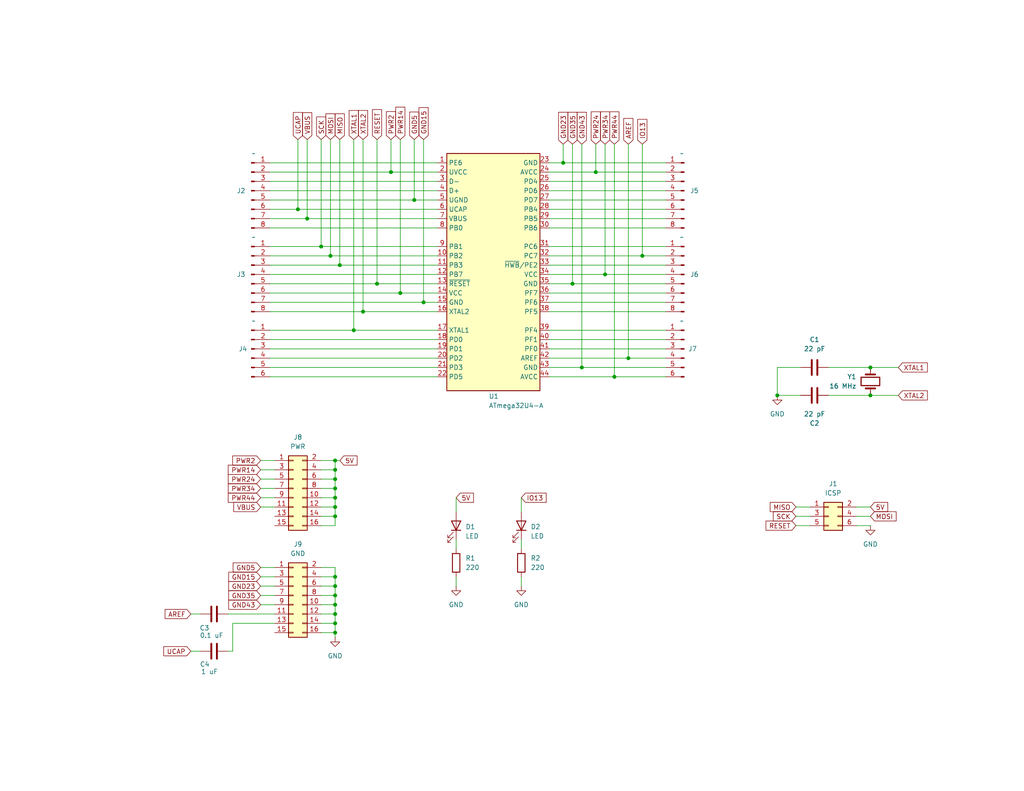
<source format=kicad_sch>
(kicad_sch (version 20231120) (generator "eeschema") (generator_version "8.0")
  (paper "USLetter")
  (title_block (title "Atmega 32U4 Breakout Board") (company "Chris Robertson"))
  (lib_symbols
    (symbol "Connector:Conn_01x06_Pin" (pin_names (offset 1.016) hide)
      (property "Reference" "J" (at 0 7.62 0))
      (property "Value" "Conn_01x06_Pin" (at 0 -10.16 0))
      (symbol "Conn_01x06_Pin_1_1"
        (polyline (pts (xy 1.27 -7.62) (xy 0.8636 -7.62)) (stroke (width 0.1524)))
        (polyline (pts (xy 1.27 -5.08) (xy 0.8636 -5.08)) (stroke (width 0.1524)))
        (polyline (pts (xy 1.27 -2.54) (xy 0.8636 -2.54)) (stroke (width 0.1524)))
        (polyline (pts (xy 1.27 0) (xy 0.8636 0)) (stroke (width 0.1524)))
        (polyline (pts (xy 1.27 2.54) (xy 0.8636 2.54)) (stroke (width 0.1524)))
        (polyline (pts (xy 1.27 5.08) (xy 0.8636 5.08)) (stroke (width 0.1524)))
        (rectangle (start 0.8636 -7.493) (end 0 -7.747) (stroke (width 0.1524)) (fill (type outline)))
        (rectangle (start 0.8636 -4.953) (end 0 -5.207) (stroke (width 0.1524)) (fill (type outline)))
        (rectangle (start 0.8636 -2.413) (end 0 -2.667) (stroke (width 0.1524)) (fill (type outline)))
        (rectangle (start 0.8636 0.127) (end 0 -0.127) (stroke (width 0.1524)) (fill (type outline)))
        (rectangle (start 0.8636 2.667) (end 0 2.413) (stroke (width 0.1524)) (fill (type outline)))
        (rectangle (start 0.8636 5.207) (end 0 4.953) (stroke (width 0.1524)) (fill (type outline)))
        (pin passive line (at 5.08 5.08 180) (length 3.81) (name "Pin_1") (number "1"))
        (pin passive line (at 5.08 2.54 180) (length 3.81) (name "Pin_2") (number "2"))
        (pin passive line (at 5.08 0 180) (length 3.81) (name "Pin_3") (number "3"))
        (pin passive line (at 5.08 -2.54 180) (length 3.81) (name "Pin_4") (number "4"))
        (pin passive line (at 5.08 -5.08 180) (length 3.81) (name "Pin_5") (number "5"))
        (pin passive line (at 5.08 -7.62 180) (length 3.81) (name "Pin_6") (number "6"))
      )
    )
    (symbol "Connector:Conn_01x08_Pin" (pin_names (offset 1.016) hide)
      (property "Reference" "J" (at 0 10.16 0))
      (property "Value" "Conn_01x08_Pin" (at 0 -12.7 0))
      (symbol "Conn_01x08_Pin_1_1"
        (polyline (pts (xy 1.27 -10.16) (xy 0.8636 -10.16)) (stroke (width 0.1524)))
        (polyline (pts (xy 1.27 -7.62) (xy 0.8636 -7.62)) (stroke (width 0.1524)))
        (polyline (pts (xy 1.27 -5.08) (xy 0.8636 -5.08)) (stroke (width 0.1524)))
        (polyline (pts (xy 1.27 -2.54) (xy 0.8636 -2.54)) (stroke (width 0.1524)))
        (polyline (pts (xy 1.27 0) (xy 0.8636 0)) (stroke (width 0.1524)))
        (polyline (pts (xy 1.27 2.54) (xy 0.8636 2.54)) (stroke (width 0.1524)))
        (polyline (pts (xy 1.27 5.08) (xy 0.8636 5.08)) (stroke (width 0.1524)))
        (polyline (pts (xy 1.27 7.62) (xy 0.8636 7.62)) (stroke (width 0.1524)))
        (rectangle (start 0.8636 -10.033) (end 0 -10.287) (stroke (width 0.1524)) (fill (type outline)))
        (rectangle (start 0.8636 -7.493) (end 0 -7.747) (stroke (width 0.1524)) (fill (type outline)))
        (rectangle (start 0.8636 -4.953) (end 0 -5.207) (stroke (width 0.1524)) (fill (type outline)))
        (rectangle (start 0.8636 -2.413) (end 0 -2.667) (stroke (width 0.1524)) (fill (type outline)))
        (rectangle (start 0.8636 0.127) (end 0 -0.127) (stroke (width 0.1524)) (fill (type outline)))
        (rectangle (start 0.8636 2.667) (end 0 2.413) (stroke (width 0.1524)) (fill (type outline)))
        (rectangle (start 0.8636 5.207) (end 0 4.953) (stroke (width 0.1524)) (fill (type outline)))
        (rectangle (start 0.8636 7.747) (end 0 7.493) (stroke (width 0.1524)) (fill (type outline)))
        (pin passive line (at 5.08 7.62 180) (length 3.81) (name "Pin_1") (number "1"))
        (pin passive line (at 5.08 5.08 180) (length 3.81) (name "Pin_2") (number "2"))
        (pin passive line (at 5.08 2.54 180) (length 3.81) (name "Pin_3") (number "3"))
        (pin passive line (at 5.08 0 180) (length 3.81) (name "Pin_4") (number "4"))
        (pin passive line (at 5.08 -2.54 180) (length 3.81) (name "Pin_5") (number "5"))
        (pin passive line (at 5.08 -5.08 180) (length 3.81) (name "Pin_6") (number "6"))
        (pin passive line (at 5.08 -7.62 180) (length 3.81) (name "Pin_7") (number "7"))
        (pin passive line (at 5.08 -10.16 180) (length 3.81) (name "Pin_8") (number "8"))
      )
    )
    (symbol "Connector_Generic:Conn_02x03_Odd_Even" (pin_names (offset 1.016) hide)
      (property "Reference" "J" (at 1.27 5.08 0))
      (property "Value" "Conn_02x03_Odd_Even" (at 1.27 -5.08 0))
      (symbol "Conn_02x03_Odd_Even_1_1"
        (rectangle (start -1.27 -2.413) (end 0 -2.667) (stroke (width 0.1524)))
        (rectangle (start -1.27 0.127) (end 0 -0.127) (stroke (width 0.1524)))
        (rectangle (start -1.27 2.667) (end 0 2.413) (stroke (width 0.1524)))
        (rectangle (start -1.27 3.81) (end 3.81 -3.81) (stroke (width 0.254)) (fill (type background)))
        (rectangle (start 3.81 -2.413) (end 2.54 -2.667) (stroke (width 0.1524)))
        (rectangle (start 3.81 0.127) (end 2.54 -0.127) (stroke (width 0.1524)))
        (rectangle (start 3.81 2.667) (end 2.54 2.413) (stroke (width 0.1524)))
        (pin passive line (at -5.08 2.54 0) (length 3.81) (name "Pin_1") (number "1"))
        (pin passive line (at 7.62 2.54 180) (length 3.81) (name "Pin_2") (number "2"))
        (pin passive line (at -5.08 0 0) (length 3.81) (name "Pin_3") (number "3"))
        (pin passive line (at 7.62 0 180) (length 3.81) (name "Pin_4") (number "4"))
        (pin passive line (at -5.08 -2.54 0) (length 3.81) (name "Pin_5") (number "5"))
        (pin passive line (at 7.62 -2.54 180) (length 3.81) (name "Pin_6") (number "6"))
      )
    )
    (symbol "Connector_Generic:Conn_02x08_Odd_Even" (pin_names (offset 1.016) hide)
      (property "Reference" "J" (at 1.27 10.16 0))
      (property "Value" "Conn_02x08_Odd_Even" (at 1.27 -12.7 0))
      (symbol "Conn_02x08_Odd_Even_1_1"
        (rectangle (start -1.27 -10.033) (end 0 -10.287) (stroke (width 0.1524)))
        (rectangle (start -1.27 -7.493) (end 0 -7.747) (stroke (width 0.1524)))
        (rectangle (start -1.27 -4.953) (end 0 -5.207) (stroke (width 0.1524)))
        (rectangle (start -1.27 -2.413) (end 0 -2.667) (stroke (width 0.1524)))
        (rectangle (start -1.27 0.127) (end 0 -0.127) (stroke (width 0.1524)))
        (rectangle (start -1.27 2.667) (end 0 2.413) (stroke (width 0.1524)))
        (rectangle (start -1.27 5.207) (end 0 4.953) (stroke (width 0.1524)))
        (rectangle (start -1.27 7.747) (end 0 7.493) (stroke (width 0.1524)))
        (rectangle (start -1.27 8.89) (end 3.81 -11.43) (stroke (width 0.254)) (fill (type background)))
        (rectangle (start 3.81 -10.033) (end 2.54 -10.287) (stroke (width 0.1524)))
        (rectangle (start 3.81 -7.493) (end 2.54 -7.747) (stroke (width 0.1524)))
        (rectangle (start 3.81 -4.953) (end 2.54 -5.207) (stroke (width 0.1524)))
        (rectangle (start 3.81 -2.413) (end 2.54 -2.667) (stroke (width 0.1524)))
        (rectangle (start 3.81 0.127) (end 2.54 -0.127) (stroke (width 0.1524)))
        (rectangle (start 3.81 2.667) (end 2.54 2.413) (stroke (width 0.1524)))
        (rectangle (start 3.81 5.207) (end 2.54 4.953) (stroke (width 0.1524)))
        (rectangle (start 3.81 7.747) (end 2.54 7.493) (stroke (width 0.1524)))
        (pin passive line (at -5.08 7.62 0) (length 3.81) (name "Pin_1") (number "1"))
        (pin passive line (at 7.62 -2.54 180) (length 3.81) (name "Pin_10") (number "10"))
        (pin passive line (at -5.08 -5.08 0) (length 3.81) (name "Pin_11") (number "11"))
        (pin passive line (at 7.62 -5.08 180) (length 3.81) (name "Pin_12") (number "12"))
        (pin passive line (at -5.08 -7.62 0) (length 3.81) (name "Pin_13") (number "13"))
        (pin passive line (at 7.62 -7.62 180) (length 3.81) (name "Pin_14") (number "14"))
        (pin passive line (at -5.08 -10.16 0) (length 3.81) (name "Pin_15") (number "15"))
        (pin passive line (at 7.62 -10.16 180) (length 3.81) (name "Pin_16") (number "16"))
        (pin passive line (at 7.62 7.62 180) (length 3.81) (name "Pin_2") (number "2"))
        (pin passive line (at -5.08 5.08 0) (length 3.81) (name "Pin_3") (number "3"))
        (pin passive line (at 7.62 5.08 180) (length 3.81) (name "Pin_4") (number "4"))
        (pin passive line (at -5.08 2.54 0) (length 3.81) (name "Pin_5") (number "5"))
        (pin passive line (at 7.62 2.54 180) (length 3.81) (name "Pin_6") (number "6"))
        (pin passive line (at -5.08 0 0) (length 3.81) (name "Pin_7") (number "7"))
        (pin passive line (at 7.62 0 180) (length 3.81) (name "Pin_8") (number "8"))
        (pin passive line (at -5.08 -2.54 0) (length 3.81) (name "Pin_9") (number "9"))
      )
    )
    (symbol "Device:C" (pin_numbers hide) (pin_names (offset 0.254))
      (property "Reference" "C" (at 0.635 2.54 0))
      (property "Value" "C" (at 0.635 -2.54 0))
      (symbol "C_0_1"
        (polyline (pts (xy -2.032 -0.762) (xy 2.032 -0.762)) (stroke (width 0.508)))
        (polyline (pts (xy -2.032 0.762) (xy 2.032 0.762)) (stroke (width 0.508)))
      )
      (symbol "C_1_1"
        (pin passive line (at 0 3.81 270) (length 2.794) (name "~") (number "1"))
        (pin passive line (at 0 -3.81 90) (length 2.794) (name "~") (number "2"))
      )
    )
    (symbol "Device:Crystal" (pin_numbers hide) (pin_names (offset 1.016) hide)
      (property "Reference" "Y" (at 0 3.81 0))
      (property "Value" "Crystal" (at 0 -3.81 0))
      (symbol "Crystal_0_1"
        (rectangle (start -1.143 2.54) (end 1.143 -2.54) (stroke (width 0.3048)))
        (polyline (pts (xy -2.54 0) (xy -1.905 0)))
        (polyline (pts (xy -1.905 -1.27) (xy -1.905 1.27)) (stroke (width 0.508)))
        (polyline (pts (xy 1.905 -1.27) (xy 1.905 1.27)) (stroke (width 0.508)))
        (polyline (pts (xy 2.54 0) (xy 1.905 0)))
      )
      (symbol "Crystal_1_1"
        (pin passive line (at -3.81 0 0) (length 1.27) (name "1") (number "1"))
        (pin passive line (at 3.81 0 180) (length 1.27) (name "2") (number "2"))
      )
    )
    (symbol "Device:LED" (pin_numbers hide) (pin_names (offset 1.016) hide)
      (property "Reference" "D" (at 0 2.54 0))
      (property "Value" "LED" (at 0 -2.54 0))
      (symbol "LED_0_1"
        (polyline (pts (xy -1.27 -1.27) (xy -1.27 1.27)) (stroke (width 0.254)))
        (polyline (pts (xy -1.27 0) (xy 1.27 0)))
        (polyline (pts (xy 1.27 -1.27) (xy 1.27 1.27) (xy -1.27 0) (xy 1.27 -1.27)) (stroke (width 0.254)))
        (polyline (pts (xy -3.048 -0.762) (xy -4.572 -2.286) (xy -3.81 -2.286) (xy -4.572 -2.286) (xy -4.572 -1.524)))
        (polyline (pts (xy -1.778 -0.762) (xy -3.302 -2.286) (xy -2.54 -2.286) (xy -3.302 -2.286) (xy -3.302 -1.524)))
      )
      (symbol "LED_1_1"
        (pin passive line (at -3.81 0 0) (length 2.54) (name "K") (number "1"))
        (pin passive line (at 3.81 0 180) (length 2.54) (name "A") (number "2"))
      )
    )
    (symbol "Device:R" (pin_numbers hide) (pin_names (offset 0))
      (property "Reference" "R" (at 2.032 0 90))
      (property "Value" "R" (at 0 0 90))
      (symbol "R_0_1"
        (rectangle (start -1.016 -2.54) (end 1.016 2.54) (stroke (width 0.254)))
      )
      (symbol "R_1_1"
        (pin passive line (at 0 3.81 270) (length 1.27) (name "~") (number "1"))
        (pin passive line (at 0 -3.81 90) (length 1.27) (name "~") (number "2"))
      )
    )
    (symbol "MCU_Microchip_ATmega:ATmega32U4-A"
      (property "Reference" "U1" (at -1.27 -32.004 0))
      (property "Value" "ATmega32U4-A" (at -1.27 -34.544 0))
      (symbol "ATmega32U4-A_0_1"
        (rectangle (start -12.7 34.29) (end 12.7 -30.48) (stroke (width 0.254)) (fill (type background)))
      )
      (symbol "ATmega32U4-A_1_1"
        (pin bidirectional line (at -15.24 31.75 0) (length 2.54) (name "PE6") (number "1"))
        (pin bidirectional line (at -15.24 6.35 0) (length 2.54) (name "PB2") (number "10"))
        (pin bidirectional line (at -15.24 3.81 0) (length 2.54) (name "PB3") (number "11"))
        (pin bidirectional line (at -15.24 1.27 0) (length 2.54) (name "PB7") (number "12"))
        (pin input line (at -15.24 -1.27 0) (length 2.54) (name "~{RESET}") (number "13"))
        (pin power_in line (at -15.24 -3.81 0) (length 2.54) (name "VCC") (number "14"))
        (pin power_in line (at -15.24 -6.35 0) (length 2.54) (name "GND") (number "15"))
        (pin output line (at -15.24 -8.89 0) (length 2.54) (name "XTAL2") (number "16"))
        (pin input line (at -15.24 -13.97 0) (length 2.54) (name "XTAL1") (number "17"))
        (pin bidirectional line (at -15.24 -16.51 0) (length 2.54) (name "PD0") (number "18"))
        (pin bidirectional line (at -15.24 -19.05 0) (length 2.54) (name "PD1") (number "19"))
        (pin power_in line (at -15.24 29.21 0) (length 2.54) (name "UVCC") (number "2"))
        (pin bidirectional line (at -15.24 -21.59 0) (length 2.54) (name "PD2") (number "20"))
        (pin bidirectional line (at -15.24 -24.13 0) (length 2.54) (name "PD3") (number "21"))
        (pin bidirectional line (at -15.24 -26.67 0) (length 2.54) (name "PD5") (number "22"))
        (pin passive line (at 15.24 31.75 180) (length 2.54) (name "GND") (number "23"))
        (pin power_in line (at 15.24 29.21 180) (length 2.54) (name "AVCC") (number "24"))
        (pin bidirectional line (at 15.24 26.67 180) (length 2.54) (name "PD4") (number "25"))
        (pin bidirectional line (at 15.24 24.13 180) (length 2.54) (name "PD6") (number "26"))
        (pin bidirectional line (at 15.24 21.59 180) (length 2.54) (name "PD7") (number "27"))
        (pin bidirectional line (at 15.24 19.05 180) (length 2.54) (name "PB4") (number "28"))
        (pin bidirectional line (at 15.24 16.51 180) (length 2.54) (name "PB5") (number "29"))
        (pin bidirectional line (at -15.24 26.67 0) (length 2.54) (name "D-") (number "3"))
        (pin bidirectional line (at 15.24 13.97 180) (length 2.54) (name "PB6") (number "30"))
        (pin bidirectional line (at 15.24 8.89 180) (length 2.54) (name "PC6") (number "31"))
        (pin bidirectional line (at 15.24 6.35 180) (length 2.54) (name "PC7") (number "32"))
        (pin bidirectional line (at 15.24 3.81 180) (length 2.54) (name "~{HWB}/PE2") (number "33"))
        (pin passive line (at 15.24 1.27 180) (length 2.54) (name "VCC") (number "34"))
        (pin passive line (at 15.24 -1.27 180) (length 2.54) (name "GND") (number "35"))
        (pin bidirectional line (at 15.24 -3.81 180) (length 2.54) (name "PF7") (number "36"))
        (pin bidirectional line (at 15.24 -6.35 180) (length 2.54) (name "PF6") (number "37"))
        (pin bidirectional line (at 15.24 -8.89 180) (length 2.54) (name "PF5") (number "38"))
        (pin bidirectional line (at 15.24 -13.97 180) (length 2.54) (name "PF4") (number "39"))
        (pin bidirectional line (at -15.24 24.13 0) (length 2.54) (name "D+") (number "4"))
        (pin bidirectional line (at 15.24 -16.51 180) (length 2.54) (name "PF1") (number "40"))
        (pin bidirectional line (at 15.24 -19.05 180) (length 2.54) (name "PF0") (number "41"))
        (pin passive line (at 15.24 -21.59 180) (length 2.54) (name "AREF") (number "42"))
        (pin passive line (at 15.24 -24.13 180) (length 2.54) (name "GND") (number "43"))
        (pin passive line (at 15.24 -26.67 180) (length 2.54) (name "AVCC") (number "44"))
        (pin passive line (at -15.24 21.59 0) (length 2.54) (name "UGND") (number "5"))
        (pin passive line (at -15.24 19.05 0) (length 2.54) (name "UCAP") (number "6"))
        (pin input line (at -15.24 16.51 0) (length 2.54) (name "VBUS") (number "7"))
        (pin bidirectional line (at -15.24 13.97 0) (length 2.54) (name "PB0") (number "8"))
        (pin bidirectional line (at -15.24 8.89 0) (length 2.54) (name "PB1") (number "9"))
      )
    )
    (symbol "power:GND" (power) (pin_numbers hide) (pin_names (offset 0) hide)
      (property "Value" "GND" (at 0 -3.81 0))
      (symbol "GND_0_1"
        (polyline (pts (xy 0 0) (xy 0 -1.27) (xy 1.27 -1.27) (xy 0 -2.54) (xy -1.27 -1.27) (xy 0 -1.27)))
      )
      (symbol "GND_1_1"
        (pin power_in line (at 0 0 270) (length 0) (name "~") (number "1"))
      )
    )
  )
  (junction (at 109.22 80.01))
  (junction (at 81.28 57.15))
  (junction (at 91.44 135.89))
  (junction (at 87.63 67.31))
  (junction (at 91.44 125.73))
  (junction (at 91.44 165.1))
  (junction (at 106.68 46.99))
  (junction (at 99.06 85.09))
  (junction (at 91.44 128.27))
  (junction (at 237.49 107.95))
  (junction (at 113.03 54.61))
  (junction (at 171.45 97.79))
  (junction (at 83.82 59.69))
  (junction (at 91.44 133.35))
  (junction (at 90.17 69.85))
  (junction (at 175.26 69.85))
  (junction (at 158.75 100.33))
  (junction (at 115.57 82.55))
  (junction (at 91.44 170.18))
  (junction (at 153.67 44.45))
  (junction (at 91.44 130.81))
  (junction (at 91.44 138.43))
  (junction (at 165.1 74.93))
  (junction (at 237.49 100.33))
  (junction (at 92.71 72.39))
  (junction (at 91.44 172.72))
  (junction (at 162.56 46.99))
  (junction (at 91.44 157.48))
  (junction (at 91.44 140.97))
  (junction (at 102.87 77.47))
  (junction (at 167.64 102.87))
  (junction (at 212.09 107.95))
  (junction (at 91.44 160.02))
  (junction (at 96.52 90.17))
  (junction (at 91.44 162.56))
  (junction (at 156.21 77.47))
  (junction (at 91.44 167.64))
  (wire (pts (xy 153.67 39.37) (xy 153.67 44.45)))
  (wire (pts (xy 217.17 140.97) (xy 220.98 140.97)))
  (wire (pts (xy 52.07 177.8) (xy 54.61 177.8)))
  (wire (pts (xy 87.63 125.73) (xy 91.44 125.73)))
  (wire (pts (xy 87.63 157.48) (xy 91.44 157.48)))
  (wire (pts (xy 91.44 160.02) (xy 91.44 162.56)))
  (wire (pts (xy 91.44 172.72) (xy 91.44 170.18)))
  (wire (pts (xy 102.87 38.1) (xy 102.87 77.47)))
  (wire (pts (xy 124.46 147.32) (xy 124.46 149.86)))
  (wire (pts (xy 71.12 162.56) (xy 74.93 162.56)))
  (wire (pts (xy 212.09 100.33) (xy 212.09 107.95)))
  (wire (pts (xy 233.68 138.43) (xy 237.49 138.43)))
  (wire (pts (xy 149.86 59.69) (xy 181.61 59.69)))
  (wire (pts (xy 73.66 69.85) (xy 90.17 69.85)))
  (wire (pts (xy 73.66 59.69) (xy 83.82 59.69)))
  (wire (pts (xy 73.66 100.33) (xy 119.38 100.33)))
  (wire (pts (xy 73.66 82.55) (xy 115.57 82.55)))
  (wire (pts (xy 87.63 135.89) (xy 91.44 135.89)))
  (wire (pts (xy 109.22 38.1) (xy 109.22 80.01)))
  (wire (pts (xy 92.71 38.1) (xy 92.71 72.39)))
  (wire (pts (xy 226.06 107.95) (xy 237.49 107.95)))
  (wire (pts (xy 142.24 157.48) (xy 142.24 160.02)))
  (wire (pts (xy 149.86 62.23) (xy 181.61 62.23)))
  (wire (pts (xy 91.44 172.72) (xy 91.44 173.99)))
  (wire (pts (xy 73.66 95.25) (xy 119.38 95.25)))
  (wire (pts (xy 218.44 100.33) (xy 212.09 100.33)))
  (wire (pts (xy 91.44 135.89) (xy 91.44 133.35)))
  (wire (pts (xy 113.03 54.61) (xy 119.38 54.61)))
  (wire (pts (xy 91.44 133.35) (xy 91.44 130.81)))
  (wire (pts (xy 87.63 143.51) (xy 91.44 143.51)))
  (wire (pts (xy 106.68 38.1) (xy 106.68 46.99)))
  (wire (pts (xy 87.63 165.1) (xy 91.44 165.1)))
  (wire (pts (xy 99.06 38.1) (xy 99.06 85.09)))
  (wire (pts (xy 87.63 170.18) (xy 91.44 170.18)))
  (wire (pts (xy 237.49 107.95) (xy 245.11 107.95)))
  (wire (pts (xy 149.86 92.71) (xy 181.61 92.71)))
  (wire (pts (xy 142.24 135.89) (xy 142.24 139.7)))
  (wire (pts (xy 87.63 172.72) (xy 91.44 172.72)))
  (wire (pts (xy 149.86 82.55) (xy 181.61 82.55)))
  (wire (pts (xy 149.86 97.79) (xy 171.45 97.79)))
  (wire (pts (xy 71.12 160.02) (xy 74.93 160.02)))
  (wire (pts (xy 113.03 38.1) (xy 113.03 54.61)))
  (wire (pts (xy 87.63 160.02) (xy 91.44 160.02)))
  (wire (pts (xy 71.12 135.89) (xy 74.93 135.89)))
  (wire (pts (xy 142.24 147.32) (xy 142.24 149.86)))
  (wire (pts (xy 162.56 46.99) (xy 181.61 46.99)))
  (wire (pts (xy 73.66 44.45) (xy 119.38 44.45)))
  (wire (pts (xy 106.68 46.99) (xy 119.38 46.99)))
  (wire (pts (xy 96.52 90.17) (xy 119.38 90.17)))
  (wire (pts (xy 73.66 49.53) (xy 119.38 49.53)))
  (wire (pts (xy 171.45 39.37) (xy 171.45 97.79)))
  (wire (pts (xy 149.86 57.15) (xy 181.61 57.15)))
  (wire (pts (xy 149.86 74.93) (xy 165.1 74.93)))
  (wire (pts (xy 91.44 128.27) (xy 91.44 125.73)))
  (wire (pts (xy 149.86 44.45) (xy 153.67 44.45)))
  (wire (pts (xy 87.63 140.97) (xy 91.44 140.97)))
  (wire (pts (xy 81.28 57.15) (xy 119.38 57.15)))
  (wire (pts (xy 73.66 67.31) (xy 87.63 67.31)))
  (wire (pts (xy 73.66 92.71) (xy 119.38 92.71)))
  (wire (pts (xy 52.07 167.64) (xy 54.61 167.64)))
  (wire (pts (xy 91.44 130.81) (xy 91.44 128.27)))
  (wire (pts (xy 62.23 177.8) (xy 63.5 177.8)))
  (wire (pts (xy 158.75 39.37) (xy 158.75 100.33)))
  (wire (pts (xy 73.66 57.15) (xy 81.28 57.15)))
  (wire (pts (xy 149.86 100.33) (xy 158.75 100.33)))
  (wire (pts (xy 149.86 80.01) (xy 181.61 80.01)))
  (wire (pts (xy 156.21 77.47) (xy 181.61 77.47)))
  (wire (pts (xy 91.44 143.51) (xy 91.44 140.97)))
  (wire (pts (xy 87.63 133.35) (xy 91.44 133.35)))
  (wire (pts (xy 83.82 59.69) (xy 119.38 59.69)))
  (wire (pts (xy 156.21 39.37) (xy 156.21 77.47)))
  (wire (pts (xy 87.63 154.94) (xy 91.44 154.94)))
  (wire (pts (xy 63.5 177.8) (xy 63.5 170.18)))
  (wire (pts (xy 90.17 69.85) (xy 119.38 69.85)))
  (wire (pts (xy 124.46 135.89) (xy 124.46 139.7)))
  (wire (pts (xy 71.12 133.35) (xy 74.93 133.35)))
  (wire (pts (xy 149.86 46.99) (xy 162.56 46.99)))
  (wire (pts (xy 217.17 138.43) (xy 220.98 138.43)))
  (wire (pts (xy 91.44 162.56) (xy 91.44 165.1)))
  (wire (pts (xy 158.75 100.33) (xy 181.61 100.33)))
  (wire (pts (xy 149.86 95.25) (xy 181.61 95.25)))
  (wire (pts (xy 71.12 128.27) (xy 74.93 128.27)))
  (wire (pts (xy 149.86 72.39) (xy 181.61 72.39)))
  (wire (pts (xy 153.67 44.45) (xy 181.61 44.45)))
  (wire (pts (xy 91.44 170.18) (xy 91.44 167.64)))
  (wire (pts (xy 226.06 100.33) (xy 237.49 100.33)))
  (wire (pts (xy 73.66 72.39) (xy 92.71 72.39)))
  (wire (pts (xy 165.1 74.93) (xy 181.61 74.93)))
  (wire (pts (xy 115.57 38.1) (xy 115.57 82.55)))
  (wire (pts (xy 91.44 167.64) (xy 91.44 165.1)))
  (wire (pts (xy 91.44 140.97) (xy 91.44 138.43)))
  (wire (pts (xy 73.66 80.01) (xy 109.22 80.01)))
  (wire (pts (xy 102.87 77.47) (xy 119.38 77.47)))
  (wire (pts (xy 87.63 138.43) (xy 91.44 138.43)))
  (wire (pts (xy 62.23 167.64) (xy 74.93 167.64)))
  (wire (pts (xy 149.86 54.61) (xy 181.61 54.61)))
  (wire (pts (xy 87.63 67.31) (xy 119.38 67.31)))
  (wire (pts (xy 149.86 49.53) (xy 181.61 49.53)))
  (wire (pts (xy 73.66 102.87) (xy 119.38 102.87)))
  (wire (pts (xy 73.66 52.07) (xy 119.38 52.07)))
  (wire (pts (xy 212.09 107.95) (xy 218.44 107.95)))
  (wire (pts (xy 87.63 162.56) (xy 91.44 162.56)))
  (wire (pts (xy 175.26 69.85) (xy 181.61 69.85)))
  (wire (pts (xy 71.12 165.1) (xy 74.93 165.1)))
  (wire (pts (xy 71.12 157.48) (xy 74.93 157.48)))
  (wire (pts (xy 71.12 154.94) (xy 74.93 154.94)))
  (wire (pts (xy 149.86 69.85) (xy 175.26 69.85)))
  (wire (pts (xy 83.82 38.1) (xy 83.82 59.69)))
  (wire (pts (xy 149.86 90.17) (xy 181.61 90.17)))
  (wire (pts (xy 237.49 100.33) (xy 245.11 100.33)))
  (wire (pts (xy 73.66 46.99) (xy 106.68 46.99)))
  (wire (pts (xy 233.68 143.51) (xy 237.49 143.51)))
  (wire (pts (xy 91.44 125.73) (xy 92.71 125.73)))
  (wire (pts (xy 171.45 97.79) (xy 181.61 97.79)))
  (wire (pts (xy 73.66 54.61) (xy 113.03 54.61)))
  (wire (pts (xy 73.66 90.17) (xy 96.52 90.17)))
  (wire (pts (xy 71.12 138.43) (xy 74.93 138.43)))
  (wire (pts (xy 73.66 85.09) (xy 99.06 85.09)))
  (wire (pts (xy 91.44 154.94) (xy 91.44 157.48)))
  (wire (pts (xy 73.66 74.93) (xy 119.38 74.93)))
  (wire (pts (xy 149.86 102.87) (xy 167.64 102.87)))
  (wire (pts (xy 217.17 143.51) (xy 220.98 143.51)))
  (wire (pts (xy 90.17 38.1) (xy 90.17 69.85)))
  (wire (pts (xy 87.63 128.27) (xy 91.44 128.27)))
  (wire (pts (xy 109.22 80.01) (xy 119.38 80.01)))
  (wire (pts (xy 96.52 38.1) (xy 96.52 90.17)))
  (wire (pts (xy 87.63 167.64) (xy 91.44 167.64)))
  (wire (pts (xy 92.71 72.39) (xy 119.38 72.39)))
  (wire (pts (xy 71.12 130.81) (xy 74.93 130.81)))
  (wire (pts (xy 149.86 77.47) (xy 156.21 77.47)))
  (wire (pts (xy 71.12 125.73) (xy 74.93 125.73)))
  (wire (pts (xy 87.63 130.81) (xy 91.44 130.81)))
  (wire (pts (xy 124.46 157.48) (xy 124.46 160.02)))
  (wire (pts (xy 162.56 39.37) (xy 162.56 46.99)))
  (wire (pts (xy 175.26 39.37) (xy 175.26 69.85)))
  (wire (pts (xy 73.66 77.47) (xy 102.87 77.47)))
  (wire (pts (xy 165.1 39.37) (xy 165.1 74.93)))
  (wire (pts (xy 149.86 85.09) (xy 181.61 85.09)))
  (wire (pts (xy 87.63 38.1) (xy 87.63 67.31)))
  (wire (pts (xy 167.64 39.37) (xy 167.64 102.87)))
  (wire (pts (xy 167.64 102.87) (xy 181.61 102.87)))
  (wire (pts (xy 63.5 170.18) (xy 74.93 170.18)))
  (wire (pts (xy 115.57 82.55) (xy 119.38 82.55)))
  (wire (pts (xy 149.86 67.31) (xy 181.61 67.31)))
  (wire (pts (xy 91.44 157.48) (xy 91.44 160.02)))
  (wire (pts (xy 91.44 138.43) (xy 91.44 135.89)))
  (wire (pts (xy 233.68 140.97) (xy 237.49 140.97)))
  (wire (pts (xy 81.28 38.1) (xy 81.28 57.15)))
  (wire (pts (xy 149.86 52.07) (xy 181.61 52.07)))
  (wire (pts (xy 99.06 85.09) (xy 119.38 85.09)))
  (wire (pts (xy 73.66 97.79) (xy 119.38 97.79)))
  (wire (pts (xy 73.66 62.23) (xy 119.38 62.23)))
  (global_label "PWR44" (shape input) (at 167.64 39.37 90) (property "Intersheetrefs" "${INTERSHEET_REFS}" (effects (hide yes))))
  (global_label "PWR2" (shape input) (at 71.12 125.73 180) (property "Intersheetrefs" "${INTERSHEET_REFS}" (effects (hide yes))))
  (global_label "XTAL2" (shape input) (at 245.11 107.95 0) (property "Intersheetrefs" "${INTERSHEET_REFS}" (effects (hide yes))))
  (global_label "IO13" (shape input) (at 142.24 135.89 0) (property "Intersheetrefs" "${INTERSHEET_REFS}" (effects (hide yes))))
  (global_label "GND43" (shape input) (at 158.75 39.37 90) (property "Intersheetrefs" "${INTERSHEET_REFS}" (effects (hide yes))))
  (global_label "GND23" (shape input) (at 153.67 39.37 90) (property "Intersheetrefs" "${INTERSHEET_REFS}" (effects (hide yes))))
  (global_label "GND15" (shape input) (at 115.57 38.1 90) (property "Intersheetrefs" "${INTERSHEET_REFS}" (effects (hide yes))))
  (global_label "XTAL1" (shape input) (at 96.52 38.1 90) (property "Intersheetrefs" "${INTERSHEET_REFS}" (effects (hide yes))))
  (global_label "MOSI" (shape input) (at 90.17 38.1 90) (property "Intersheetrefs" "${INTERSHEET_REFS}" (effects (hide yes))))
  (global_label "5V" (shape input) (at 237.49 138.43 0) (property "Intersheetrefs" "${INTERSHEET_REFS}" (effects (hide yes))))
  (global_label "SCK" (shape input) (at 87.63 38.1 90) (property "Intersheetrefs" "${INTERSHEET_REFS}" (effects (hide yes))))
  (global_label "VBUS" (shape input) (at 71.12 138.43 180) (property "Intersheetrefs" "${INTERSHEET_REFS}" (effects (hide yes))))
  (global_label "MISO" (shape input) (at 217.17 138.43 180) (property "Intersheetrefs" "${INTERSHEET_REFS}" (effects (hide yes))))
  (global_label "SCK" (shape input) (at 217.17 140.97 180) (property "Intersheetrefs" "${INTERSHEET_REFS}" (effects (hide yes))))
  (global_label "PWR14" (shape input) (at 109.22 38.1 90) (property "Intersheetrefs" "${INTERSHEET_REFS}" (effects (hide yes))))
  (global_label "RESET" (shape input) (at 217.17 143.51 180) (property "Intersheetrefs" "${INTERSHEET_REFS}" (effects (hide yes))))
  (global_label "GND35" (shape input) (at 156.21 39.37 90) (property "Intersheetrefs" "${INTERSHEET_REFS}" (effects (hide yes))))
  (global_label "PWR34" (shape input) (at 71.12 133.35 180) (property "Intersheetrefs" "${INTERSHEET_REFS}" (effects (hide yes))))
  (global_label "PWR2" (shape input) (at 106.68 38.1 90) (property "Intersheetrefs" "${INTERSHEET_REFS}" (effects (hide yes))))
  (global_label "AREF" (shape input) (at 171.45 39.37 90) (property "Intersheetrefs" "${INTERSHEET_REFS}" (effects (hide yes))))
  (global_label "MOSI" (shape input) (at 237.49 140.97 0) (property "Intersheetrefs" "${INTERSHEET_REFS}" (effects (hide yes))))
  (global_label "PWR34" (shape input) (at 165.1 39.37 90) (property "Intersheetrefs" "${INTERSHEET_REFS}" (effects (hide yes))))
  (global_label "GND5" (shape input) (at 113.03 38.1 90) (property "Intersheetrefs" "${INTERSHEET_REFS}" (effects (hide yes))))
  (global_label "PWR44" (shape input) (at 71.12 135.89 180) (property "Intersheetrefs" "${INTERSHEET_REFS}" (effects (hide yes))))
  (global_label "GND23" (shape input) (at 71.12 160.02 180) (property "Intersheetrefs" "${INTERSHEET_REFS}" (effects (hide yes))))
  (global_label "GND35" (shape input) (at 71.12 162.56 180) (property "Intersheetrefs" "${INTERSHEET_REFS}" (effects (hide yes))))
  (global_label "UCAP" (shape input) (at 81.28 38.1 90) (property "Intersheetrefs" "${INTERSHEET_REFS}" (effects (hide yes))))
  (global_label "PWR24" (shape input) (at 162.56 39.37 90) (property "Intersheetrefs" "${INTERSHEET_REFS}" (effects (hide yes))))
  (global_label "GND15" (shape input) (at 71.12 157.48 180) (property "Intersheetrefs" "${INTERSHEET_REFS}" (effects (hide yes))))
  (global_label "UCAP" (shape input) (at 52.07 177.8 180) (property "Intersheetrefs" "${INTERSHEET_REFS}" (effects (hide yes))))
  (global_label "PWR24" (shape input) (at 71.12 130.81 180) (property "Intersheetrefs" "${INTERSHEET_REFS}" (effects (hide yes))))
  (global_label "XTAL1" (shape input) (at 245.11 100.33 0) (property "Intersheetrefs" "${INTERSHEET_REFS}" (effects (hide yes))))
  (global_label "VBUS" (shape input) (at 83.82 38.1 90) (property "Intersheetrefs" "${INTERSHEET_REFS}" (effects (hide yes))))
  (global_label "MISO" (shape input) (at 92.71 38.1 90) (property "Intersheetrefs" "${INTERSHEET_REFS}" (effects (hide yes))))
  (global_label "XTAL2" (shape input) (at 99.06 38.1 90) (property "Intersheetrefs" "${INTERSHEET_REFS}" (effects (hide yes))))
  (global_label "AREF" (shape input) (at 52.07 167.64 180) (property "Intersheetrefs" "${INTERSHEET_REFS}" (effects (hide yes))))
  (global_label "RESET" (shape input) (at 102.87 38.1 90) (property "Intersheetrefs" "${INTERSHEET_REFS}" (effects (hide yes))))
  (global_label "GND43" (shape input) (at 71.12 165.1 180) (property "Intersheetrefs" "${INTERSHEET_REFS}" (effects (hide yes))))
  (global_label "5V" (shape input) (at 124.46 135.89 0) (property "Intersheetrefs" "${INTERSHEET_REFS}" (effects (hide yes))))
  (global_label "GND5" (shape input) (at 71.12 154.94 180) (property "Intersheetrefs" "${INTERSHEET_REFS}" (effects (hide yes))))
  (global_label "5V" (shape input) (at 92.71 125.73 0) (property "Intersheetrefs" "${INTERSHEET_REFS}" (effects (hide yes))))
  (global_label "PWR14" (shape input) (at 71.12 128.27 180) (property "Intersheetrefs" "${INTERSHEET_REFS}" (effects (hide yes))))
  (global_label "IO13" (shape input) (at 175.26 39.37 90) (property "Intersheetrefs" "${INTERSHEET_REFS}" (effects (hide yes))))
  (symbol (lib_id "MCU_Microchip_ATmega:ATmega32U4-A") (at 134.62 76.2 0) (unit 1)
    (property "Reference" "U1" (at 133.35 108.204 0) (effects (justify left)))
    (property "Value" "ATmega32U4-A" (at 133.35 110.744 0) (effects (justify left)))
    (property "Footprint" "Package_QFP:TQFP-44_10x10mm_P0.8mm" (effects (hide yes)))
    (property "Datasheet" "http://ww1.microchip.com/downloads/en/DeviceDoc/Atmel-7766-8-bit-AVR-ATmega16U4-32U4_Datasheet.pdf" (effects (hide yes)))
    (property "Description" "16MHz, 32kB Flash, 2.5kB SRAM, 1kB EEPROM, USB 2.0, TQFP-44" (effects (hide yes)))
    (property "Supplier" "Digi-Key" (effects (hide yes)))
    (property "Supplier Part" "ATMEGA32U4-AU-ND" (effects (hide yes)))
    (property "Manufacturer" "MICROCHIP" (effects (hide yes)))
    (property "Manufacturer Part" "ATMEGA32U4-AU" (effects (hide yes)))
    (property "Link" "https://www.digikey.ca/en/products/detail/microchip-technology/atmega32u4-au/1914602" (effects (hide yes)))
  )
  (symbol (lib_id "Device:C") (at 222.25 100.33 270) (unit 1)
    (property "Reference" "C1" (at 222.25 92.71 90))
    (property "Value" "22 pF" (at 222.25 95.25 90))
    (property "Footprint" "Capacitor_SMD:C_1206_3216Metric" (effects (hide yes)))
    (property "Description" "Unpolarized capacitor" (effects (hide yes)))
    (property "Supplier" "Digi-Key" (effects (hide yes)))
    (property "Supplier Part" "399-C1206C220J5GAC7800CT-ND" (effects (hide yes)))
    (property "Manufacturer" "KEMET" (effects (hide yes)))
    (property "Manufacturer Part" "C1206C220J5GAC7800" (effects (hide yes)))
    (property "Link" "https://www.digikey.ca/en/products/detail/kemet/C1206C220J5GAC7800/411196" (effects (hide yes)))
  )
  (symbol (lib_id "Device:C") (at 222.25 107.95 270) (mirror x) (unit 1)
    (property "Reference" "C2" (at 222.25 115.57 90))
    (property "Value" "22 pF" (at 222.25 113.03 90))
    (property "Footprint" "Capacitor_SMD:C_1206_3216Metric" (effects (hide yes)))
    (property "Description" "Unpolarized capacitor" (effects (hide yes)))
    (property "Supplier" "Digi-Key" (effects (hide yes)))
    (property "Supplier Part" "399-C1206C220J5GAC7800CT-ND" (effects (hide yes)))
    (property "Manufacturer" "KEMET" (effects (hide yes)))
    (property "Manufacturer Part" "C1206C220J5GAC7800" (effects (hide yes)))
    (property "Link" "https://www.digikey.ca/en/products/detail/kemet/C1206C220J5GAC7800/411196" (effects (hide yes)))
  )
  (symbol (lib_id "Connector_Generic:Conn_02x03_Odd_Even") (at 226.06 140.97 0) (unit 1)
    (property "Reference" "J1" (at 227.33 132.08 0))
    (property "Value" "ICSP" (at 227.33 134.62 0))
    (property "Footprint" "Connector_PinHeader_2.54mm:PinHeader_2x03_P2.54mm_Vertical" (effects (hide yes)))
    (property "Description" "Generic connector, double row, 02x03, odd/even pin numbering scheme (row 1 odd numbers, row 2 even numbers), script generated (kicad-library-utils/schlib/autogen/connector/)" (effects (hide yes)))
    (property "Supplier" "Digi-Key" (effects (hide yes)))
    (property "Supplier Part" "WM50024-06-ND" (effects (hide yes)))
    (property "Manufacturer" "Molex" (effects (hide yes)))
    (property "Manufacturer Part" "0751020041" (effects (hide yes)))
    (property "Link" "https://www.digikey.ca/en/products/detail/molex/0751020041/698003" (effects (hide yes)))
  )
  (symbol (lib_id "Connector:Conn_01x08_Pin") (at 68.58 52.07 0) (unit 1)
    (property "Reference" "J2" (at 65.786 52.07 0))
    (property "Value" "~" (at 69.215 41.91 0))
    (property "Footprint" "Connector_PinHeader_2.54mm:PinHeader_1x08_P2.54mm_Vertical" (effects (hide yes)))
    (property "Description" "Generic connector, single row, 01x08, script generated" (effects (hide yes)))
  )
  (symbol (lib_id "Connector_Generic:Conn_02x08_Odd_Even") (at 80.01 133.35 0) (unit 1)
    (property "Reference" "J8" (at 81.28 119.38 0))
    (property "Value" "PWR" (at 81.28 121.92 0))
    (property "Footprint" "Connector_PinHeader_2.54mm:PinHeader_2x08_P2.54mm_Vertical" (effects (hide yes)))
    (property "Description" "Generic connector, double row, 02x08, odd/even pin numbering scheme (row 1 odd numbers, row 2 even numbers), script generated (kicad-library-utils/schlib/autogen/connector/)" (effects (hide yes)))
  )
  (symbol (lib_id "power:GND") (at 91.44 173.99 0) (unit 1)
    (property "Reference" "#PWR03" (effects (hide yes)))
    (property "Value" "GND" (at 91.44 179.07 0))
    (property "Description" "Power symbol creates a global label with name \"GND\" , ground" (effects (hide yes)))
  )
  (symbol (lib_id "Connector:Conn_01x08_Pin") (at 186.69 74.93 0) (mirror y) (unit 1)
    (property "Reference" "J6" (at 189.484 74.93 0))
    (property "Value" "~" (at 186.055 64.77 0))
    (property "Footprint" "Connector_PinHeader_2.54mm:PinHeader_1x08_P2.54mm_Vertical" (effects (hide yes)))
    (property "Description" "Generic connector, single row, 01x08, script generated" (effects (hide yes)))
  )
  (symbol (lib_id "power:GND") (at 142.24 160.02 0) (unit 1)
    (property "Reference" "#PWR05" (effects (hide yes)))
    (property "Value" "GND" (at 142.24 165.1 0))
    (property "Description" "Power symbol creates a global label with name \"GND\" , ground" (effects (hide yes)))
  )
  (symbol (lib_id "power:GND") (at 237.49 143.51 0) (unit 1)
    (property "Reference" "#PWR01" (effects (hide yes)))
    (property "Value" "GND" (at 237.49 148.59 0))
    (property "Description" "Power symbol creates a global label with name \"GND\" , ground" (effects (hide yes)))
  )
  (symbol (lib_id "power:GND") (at 212.09 107.95 0) (unit 1)
    (property "Reference" "#PWR02" (effects (hide yes)))
    (property "Value" "GND" (at 212.09 113.03 0))
    (property "Description" "Power symbol creates a global label with name \"GND\" , ground" (effects (hide yes)))
  )
  (symbol (lib_id "Connector:Conn_01x06_Pin") (at 68.58 95.25 0) (unit 1)
    (property "Reference" "J4" (at 66.294 95.25 0))
    (property "Value" "~" (at 69.215 87.63 0))
    (property "Footprint" "Connector_PinHeader_2.54mm:PinHeader_1x06_P2.54mm_Vertical" (effects (hide yes)))
    (property "Description" "Generic connector, single row, 01x06, script generated" (effects (hide yes)))
  )
  (symbol (lib_id "Connector:Conn_01x06_Pin") (at 186.69 95.25 0) (mirror y) (unit 1)
    (property "Reference" "J7" (at 188.976 95.25 0))
    (property "Value" "~" (at 186.055 87.63 0))
    (property "Footprint" "Connector_PinHeader_2.54mm:PinHeader_1x06_P2.54mm_Vertical" (effects (hide yes)))
    (property "Description" "Generic connector, single row, 01x06, script generated" (effects (hide yes)))
  )
  (symbol (lib_id "Connector:Conn_01x08_Pin") (at 186.69 52.07 0) (mirror y) (unit 1)
    (property "Reference" "J5" (at 189.484 52.07 0))
    (property "Value" "~" (at 186.055 41.91 0))
    (property "Footprint" "Connector_PinHeader_2.54mm:PinHeader_1x08_P2.54mm_Vertical" (effects (hide yes)))
    (property "Description" "Generic connector, single row, 01x08, script generated" (effects (hide yes)))
  )
  (symbol (lib_id "Device:R") (at 142.24 153.67 0) (unit 1)
    (property "Reference" "R2" (at 144.78 152.3999 0) (effects (justify left)))
    (property "Value" "220" (at 144.78 154.9399 0) (effects (justify left)))
    (property "Footprint" "Resistor_SMD:R_1206_3216Metric" (effects (hide yes)))
    (property "Description" "Resistor" (effects (hide yes)))
  )
  (symbol (lib_id "Device:Crystal") (at 237.49 104.14 90) (mirror x) (unit 1)
    (property "Reference" "Y1" (at 233.68 102.8699 90) (effects (justify left)))
    (property "Value" "16 MHz" (at 233.68 105.4099 90) (effects (justify left)))
    (property "Footprint" "Crystal:Crystal_SMD_HC49-SD" (effects (hide yes)))
    (property "Description" "Two pin crystal" (effects (hide yes)))
    (property "Supplier" "Digi-Key" (effects (hide yes)))
    (property "Supplier Part" "1923-830034122CT-ND" (effects (hide yes)))
    (property "Manufacturer" "Würth Elektronik" (effects (hide yes)))
    (property "Manufacturer Part" "830034122" (effects (hide yes)))
    (property "Link" "https://www.digikey.ca/en/products/detail/w%C3%BCrth-elektronik/830034122/13900368" (effects (hide yes)))
  )
  (symbol (lib_id "power:GND") (at 124.46 160.02 0) (unit 1)
    (property "Reference" "#PWR04" (effects (hide yes)))
    (property "Value" "GND" (at 124.46 165.1 0))
    (property "Description" "Power symbol creates a global label with name \"GND\" , ground" (effects (hide yes)))
  )
  (symbol (lib_id "Device:LED") (at 142.24 143.51 270) (mirror x) (unit 1)
    (property "Reference" "D2" (at 144.78 143.8274 90) (effects (justify left)))
    (property "Value" "LED" (at 144.78 146.3674 90) (effects (justify left)))
    (property "Footprint" "LED_SMD:LED_1206_3216Metric" (effects (hide yes)))
    (property "Description" "Light emitting diode" (effects (hide yes)))
  )
  (symbol (lib_id "Connector:Conn_01x08_Pin") (at 68.58 74.93 0) (unit 1)
    (property "Reference" "J3" (at 65.786 74.93 0))
    (property "Value" "~" (at 69.215 64.77 0))
    (property "Footprint" "Connector_PinHeader_2.54mm:PinHeader_1x08_P2.54mm_Vertical" (effects (hide yes)))
    (property "Description" "Generic connector, single row, 01x08, script generated" (effects (hide yes)))
  )
  (symbol (lib_id "Connector_Generic:Conn_02x08_Odd_Even") (at 80.01 162.56 0) (unit 1)
    (property "Reference" "J9" (at 81.28 148.59 0))
    (property "Value" "GND" (at 81.28 151.13 0))
    (property "Footprint" "Connector_PinHeader_2.54mm:PinHeader_2x08_P2.54mm_Vertical" (effects (hide yes)))
    (property "Description" "Generic connector, double row, 02x08, odd/even pin numbering scheme (row 1 odd numbers, row 2 even numbers), script generated (kicad-library-utils/schlib/autogen/connector/)" (effects (hide yes)))
  )
  (symbol (lib_id "Device:C") (at 58.42 167.64 90) (mirror x) (unit 1)
    (property "Reference" "C3" (at 57.1499 171.45 90) (effects (justify left)))
    (property "Value" "0.1 uF" (at 60.96 173.482 90) (effects (justify left)))
    (property "Footprint" "Capacitor_SMD:C_1206_3216Metric" (effects (hide yes)))
    (property "Description" "Unpolarized capacitor" (effects (hide yes)))
    (property "Supplier" "Digi-Key" (effects (hide yes)))
    (property "Supplier Part" "399-17659-1-ND" (effects (hide yes)))
    (property "Manufacturer" "KEMET" (effects (hide yes)))
    (property "Manufacturer Part" "C1206C104J5RAC7025" (effects (hide yes)))
    (property "Link" "https://www.digikey.ca/en/products/detail/kemet/C1206C104J5RAC7025/8572494" (effects (hide yes)))
  )
  (symbol (lib_id "Device:R") (at 124.46 153.67 0) (unit 1)
    (property "Reference" "R1" (at 127 152.3999 0) (effects (justify left)))
    (property "Value" "220" (at 127 154.9399 0) (effects (justify left)))
    (property "Footprint" "Resistor_SMD:R_1206_3216Metric" (effects (hide yes)))
    (property "Description" "Resistor" (effects (hide yes)))
  )
  (symbol (lib_id "Device:LED") (at 124.46 143.51 270) (mirror x) (unit 1)
    (property "Reference" "D1" (at 127 143.8274 90) (effects (justify left)))
    (property "Value" "LED" (at 127 146.3674 90) (effects (justify left)))
    (property "Footprint" "LED_SMD:LED_1206_3216Metric" (effects (hide yes)))
    (property "Description" "Light emitting diode" (effects (hide yes)))
  )
  (symbol (lib_id "Device:C") (at 58.42 177.8 270) (mirror x) (unit 1)
    (property "Reference" "C4" (at 55.88 181.356 90))
    (property "Value" "1 uF" (at 57.15 183.388 90))
    (property "Footprint" "Capacitor_SMD:C_1206_3216Metric" (effects (hide yes)))
    (property "Description" "Unpolarized capacitor" (effects (hide yes)))
    (property "Supplier" "Digi-Key" (effects (hide yes)))
    (property "Supplier Part" "399-C1206C220J5GAC7800CT-ND" (effects (hide yes)))
    (property "Manufacturer" "KEMET" (effects (hide yes)))
    (property "Manufacturer Part" "C1206C105K4RAC7800" (effects (hide yes)))
    (property "Link" "https://www.digikey.ca/en/products/detail/kemet/C1206C105K4RAC7800/411253" (effects (hide yes)))
  )
)
</source>
